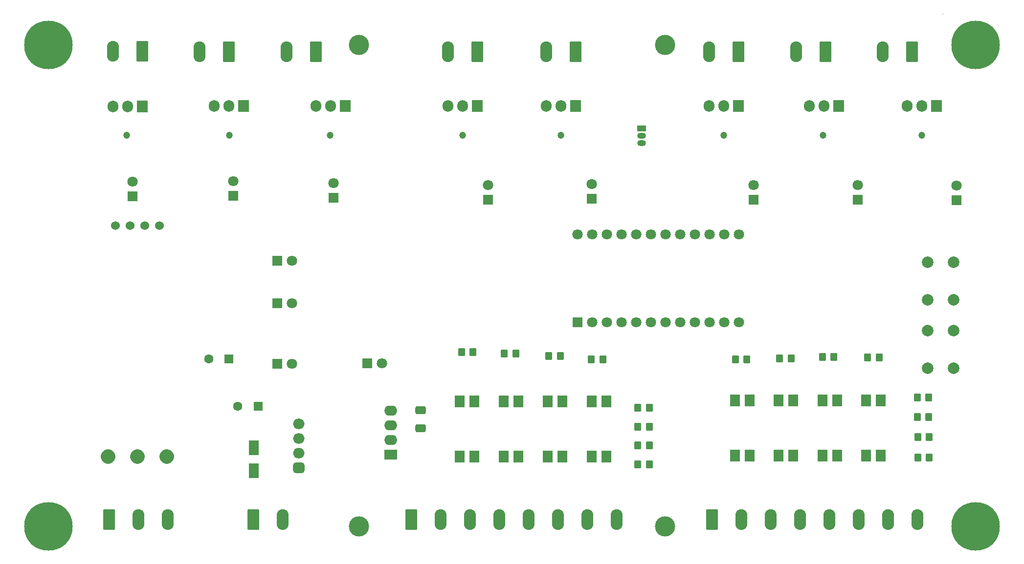
<source format=gbr>
%TF.GenerationSoftware,KiCad,Pcbnew,(6.0.1)*%
%TF.CreationDate,2022-08-22T12:09:38+03:00*%
%TF.ProjectId,lh-dimmer,6c682d64-696d-46d6-9572-2e6b69636164,rev?*%
%TF.SameCoordinates,Original*%
%TF.FileFunction,Soldermask,Top*%
%TF.FilePolarity,Negative*%
%FSLAX46Y46*%
G04 Gerber Fmt 4.6, Leading zero omitted, Abs format (unit mm)*
G04 Created by KiCad (PCBNEW (6.0.1)) date 2022-08-22 12:09:38*
%MOMM*%
%LPD*%
G01*
G04 APERTURE LIST*
G04 Aperture macros list*
%AMRoundRect*
0 Rectangle with rounded corners*
0 $1 Rounding radius*
0 $2 $3 $4 $5 $6 $7 $8 $9 X,Y pos of 4 corners*
0 Add a 4 corners polygon primitive as box body*
4,1,4,$2,$3,$4,$5,$6,$7,$8,$9,$2,$3,0*
0 Add four circle primitives for the rounded corners*
1,1,$1+$1,$2,$3*
1,1,$1+$1,$4,$5*
1,1,$1+$1,$6,$7*
1,1,$1+$1,$8,$9*
0 Add four rect primitives between the rounded corners*
20,1,$1+$1,$2,$3,$4,$5,0*
20,1,$1+$1,$4,$5,$6,$7,0*
20,1,$1+$1,$6,$7,$8,$9,0*
20,1,$1+$1,$8,$9,$2,$3,0*%
%AMFreePoly0*
4,1,37,0.217060,1.231010,0.427525,1.174616,0.625000,1.082532,0.803485,0.957556,0.957556,0.803485,1.082532,0.625000,1.174616,0.427525,1.231010,0.217060,1.250000,0.000000,1.231010,-0.217060,1.174616,-0.427525,1.082532,-0.625000,0.957556,-0.803485,0.803485,-0.957556,0.625000,-1.082532,0.427525,-1.174616,0.217060,-1.231010,0.000000,-1.250000,-0.217060,-1.231010,-0.427525,-1.174616,
-0.625000,-1.082532,-0.803485,-0.957556,-0.957556,-0.803485,-1.082532,-0.625000,-1.174616,-0.427525,-1.231010,-0.217060,-1.250000,0.000000,-1.231010,0.217060,-1.174616,0.427525,-1.082532,0.625000,-0.957556,0.803485,-0.803485,0.957556,-0.625000,1.082532,-0.427525,1.174616,-0.217060,1.231010,0.000000,1.250000,0.217060,1.231010,0.217060,1.231010,$1*%
G04 Aperture macros list end*
%ADD10C,0.150000*%
%ADD11R,1.800000X1.800000*%
%ADD12C,1.800000*%
%ADD13RoundRect,0.250000X-0.650000X0.412500X-0.650000X-0.412500X0.650000X-0.412500X0.650000X0.412500X0*%
%ADD14R,1.600000X1.600000*%
%ADD15C,1.600000*%
%ADD16C,8.400000*%
%ADD17RoundRect,0.249999X0.790001X1.550001X-0.790001X1.550001X-0.790001X-1.550001X0.790001X-1.550001X0*%
%ADD18O,2.080000X3.600000*%
%ADD19RoundRect,0.250000X0.350000X0.450000X-0.350000X0.450000X-0.350000X-0.450000X0.350000X-0.450000X0*%
%ADD20RoundRect,0.249999X-0.790001X-1.550001X0.790001X-1.550001X0.790001X1.550001X-0.790001X1.550001X0*%
%ADD21R,1.780000X2.000000*%
%ADD22C,3.500000*%
%ADD23C,1.200000*%
%ADD24R,1.905000X2.000000*%
%ADD25O,1.905000X2.000000*%
%ADD26R,2.250000X1.750000*%
%ADD27O,2.250000X1.750000*%
%ADD28R,1.800000X2.500000*%
%ADD29R,1.500000X1.050000*%
%ADD30O,1.500000X1.050000*%
%ADD31C,2.000000*%
%ADD32RoundRect,0.450000X0.550000X-0.450000X0.550000X0.450000X-0.550000X0.450000X-0.550000X-0.450000X0*%
%ADD33O,2.000000X1.800000*%
%ADD34C,1.524000*%
%ADD35FreePoly0,90.000000*%
G04 APERTURE END LIST*
D10*
X211550000Y-36675000D02*
X211550000Y-36675000D01*
X211550000Y-36675000D02*
X211550000Y-36675000D01*
X211550000Y-36675000D02*
X211550000Y-36675000D01*
X211550000Y-36675000D02*
X211550000Y-36675000D01*
D11*
%TO.C,D5*%
X96300000Y-97400000D03*
D12*
X98840000Y-97400000D03*
%TD*%
D13*
%TO.C,C3*%
X121125000Y-105400000D03*
X121125000Y-108525000D03*
%TD*%
D14*
%TO.C,C2*%
X87977651Y-96525000D03*
D15*
X84477651Y-96525000D03*
%TD*%
D16*
%TO.C,*%
X56750000Y-125550000D03*
%TD*%
D17*
%TO.C,J9*%
X191225000Y-43275000D03*
D18*
X186145000Y-43275000D03*
%TD*%
D17*
%TO.C,J6*%
X131000000Y-43300000D03*
D18*
X125920000Y-43300000D03*
%TD*%
D19*
%TO.C,R41*%
X130225000Y-95375000D03*
X128225000Y-95375000D03*
%TD*%
D20*
%TO.C,J2*%
X67200000Y-124390000D03*
D18*
X72280000Y-124390000D03*
X77360000Y-124390000D03*
%TD*%
D21*
%TO.C,U12*%
X198253493Y-113273969D03*
X200793493Y-113273969D03*
X200793493Y-103743969D03*
X198253493Y-103743969D03*
%TD*%
D22*
%TO.C,*%
X163500000Y-125550000D03*
%TD*%
D19*
%TO.C,R42*%
X160725000Y-104975000D03*
X158725000Y-104975000D03*
%TD*%
D23*
%TO.C,HS5*%
X145415000Y-57717500D03*
%TD*%
D11*
%TO.C,D27*%
X213950000Y-68990000D03*
D12*
X213950000Y-66450000D03*
%TD*%
D19*
%TO.C,R45*%
X145325000Y-95975000D03*
X143325000Y-95975000D03*
%TD*%
%TO.C,R44*%
X160725000Y-108275000D03*
X158725000Y-108275000D03*
%TD*%
%TO.C,R52*%
X209125000Y-106575000D03*
X207125000Y-106575000D03*
%TD*%
D21*
%TO.C,U11*%
X190696825Y-113273969D03*
X193236825Y-113273969D03*
X193236825Y-103743969D03*
X190696825Y-103743969D03*
%TD*%
D22*
%TO.C,*%
X163500000Y-42100000D03*
%TD*%
D24*
%TO.C,Q1*%
X72925000Y-52775000D03*
D25*
X70385000Y-52775000D03*
X67845000Y-52775000D03*
%TD*%
D14*
%TO.C,C1*%
X93000000Y-104690000D03*
D15*
X89500000Y-104690000D03*
%TD*%
D20*
%TO.C,J1*%
X92200000Y-124390000D03*
D18*
X97280000Y-124390000D03*
%TD*%
D11*
%TO.C,D20*%
X71250000Y-68290000D03*
D12*
X71250000Y-65750000D03*
%TD*%
D19*
%TO.C,R47*%
X152725000Y-96575000D03*
X150725000Y-96575000D03*
%TD*%
D11*
%TO.C,D4*%
X96325000Y-79490000D03*
D12*
X98865000Y-79490000D03*
%TD*%
D21*
%TO.C,U5*%
X127955000Y-113440000D03*
X130495000Y-113440000D03*
X130495000Y-103910000D03*
X127955000Y-103910000D03*
%TD*%
D11*
%TO.C,D3*%
X96300000Y-86890000D03*
D12*
X98840000Y-86890000D03*
%TD*%
D26*
%TO.C,PS1*%
X116000000Y-113090000D03*
D27*
X116000000Y-110550000D03*
X116000000Y-108010000D03*
X116000000Y-105470000D03*
%TD*%
D17*
%TO.C,J3*%
X72925000Y-43175000D03*
D18*
X67845000Y-43175000D03*
%TD*%
D22*
%TO.C,*%
X110500000Y-42100000D03*
%TD*%
D21*
%TO.C,U6*%
X135555000Y-113440000D03*
X138095000Y-113440000D03*
X138095000Y-103910000D03*
X135555000Y-103910000D03*
%TD*%
D23*
%TO.C,HS3*%
X105450000Y-57717500D03*
%TD*%
%TO.C,HS8*%
X207915000Y-57717500D03*
%TD*%
D21*
%TO.C,U8*%
X150755000Y-113440000D03*
X153295000Y-113440000D03*
X153295000Y-103910000D03*
X150755000Y-103910000D03*
%TD*%
D24*
%TO.C,Q5*%
X148000000Y-52690000D03*
D25*
X145460000Y-52690000D03*
X142920000Y-52690000D03*
%TD*%
D11*
%TO.C,D21*%
X88675000Y-68225000D03*
D12*
X88675000Y-65685000D03*
%TD*%
D16*
%TO.C,REF\u002A\u002A*%
X56750000Y-42100000D03*
%TD*%
D21*
%TO.C,U7*%
X143155000Y-113440000D03*
X145695000Y-113440000D03*
X145695000Y-103910000D03*
X143155000Y-103910000D03*
%TD*%
D28*
%TO.C,D1*%
X92300000Y-111900000D03*
X92300000Y-115900000D03*
%TD*%
D24*
%TO.C,Q3*%
X108125000Y-52675000D03*
D25*
X105585000Y-52675000D03*
X103045000Y-52675000D03*
%TD*%
D11*
%TO.C,D24*%
X150775000Y-68775000D03*
D12*
X150775000Y-66235000D03*
%TD*%
D19*
%TO.C,R56*%
X209225000Y-113590000D03*
X207225000Y-113590000D03*
%TD*%
%TO.C,R48*%
X160725000Y-114775000D03*
X158725000Y-114775000D03*
%TD*%
D22*
%TO.C,*%
X110500000Y-125550000D03*
%TD*%
D17*
%TO.C,J4*%
X87925000Y-43275000D03*
D18*
X82845000Y-43275000D03*
%TD*%
D17*
%TO.C,J5*%
X103000000Y-43290000D03*
D18*
X97920000Y-43290000D03*
%TD*%
D24*
%TO.C,Q4*%
X131000000Y-52690000D03*
D25*
X128460000Y-52690000D03*
X125920000Y-52690000D03*
%TD*%
D24*
%TO.C,Q7*%
X193500000Y-52690000D03*
D25*
X190960000Y-52690000D03*
X188420000Y-52690000D03*
%TD*%
D11*
%TO.C,D23*%
X132800000Y-68925000D03*
D12*
X132800000Y-66385000D03*
%TD*%
D24*
%TO.C,Q2*%
X90525000Y-52675000D03*
D25*
X87985000Y-52675000D03*
X85445000Y-52675000D03*
%TD*%
D11*
%TO.C,D25*%
X178800000Y-68950000D03*
D12*
X178800000Y-66410000D03*
%TD*%
D11*
%TO.C,D26*%
X196825000Y-68925000D03*
D12*
X196825000Y-66385000D03*
%TD*%
D24*
%TO.C,Q8*%
X210500000Y-52690000D03*
D25*
X207960000Y-52690000D03*
X205420000Y-52690000D03*
%TD*%
D11*
%TO.C,D22*%
X106100000Y-68600000D03*
D12*
X106100000Y-66060000D03*
%TD*%
D11*
%TO.C,D2*%
X111925000Y-97290000D03*
D12*
X114465000Y-97290000D03*
%TD*%
D29*
%TO.C,U20*%
X159450000Y-56590000D03*
D30*
X159450000Y-57860000D03*
X159450000Y-59130000D03*
%TD*%
D23*
%TO.C,HS4*%
X128415000Y-57717500D03*
%TD*%
D17*
%TO.C,J7*%
X148000000Y-43267500D03*
D18*
X142920000Y-43267500D03*
%TD*%
D16*
%TO.C,REF\u002A\u002A*%
X217250000Y-42100000D03*
%TD*%
D31*
%TO.C,SW2*%
X208950000Y-91590000D03*
X208950000Y-98090000D03*
X213450000Y-98090000D03*
X213450000Y-91590000D03*
%TD*%
D17*
%TO.C,J10*%
X206225000Y-43275000D03*
D18*
X201145000Y-43275000D03*
%TD*%
D23*
%TO.C,HS7*%
X190815000Y-57717500D03*
%TD*%
D19*
%TO.C,R43*%
X137625000Y-95575000D03*
X135625000Y-95575000D03*
%TD*%
D20*
%TO.C,J11*%
X171600000Y-124390000D03*
D18*
X176680000Y-124390000D03*
X181760000Y-124390000D03*
X186840000Y-124390000D03*
X191920000Y-124390000D03*
X197000000Y-124390000D03*
X202080000Y-124390000D03*
X207160000Y-124390000D03*
%TD*%
D23*
%TO.C,HS2*%
X88050000Y-57717500D03*
%TD*%
D21*
%TO.C,U10*%
X183140159Y-113273969D03*
X185680159Y-113273969D03*
X185680159Y-103743969D03*
X183140159Y-103743969D03*
%TD*%
D23*
%TO.C,HS6*%
X173615000Y-57717500D03*
%TD*%
D24*
%TO.C,Q6*%
X176200000Y-52690000D03*
D25*
X173660000Y-52690000D03*
X171120000Y-52690000D03*
%TD*%
D19*
%TO.C,R50*%
X209125000Y-103190000D03*
X207125000Y-103190000D03*
%TD*%
D17*
%TO.C,J8*%
X176200000Y-43290000D03*
D18*
X171120000Y-43290000D03*
%TD*%
D19*
%TO.C,R55*%
X200525000Y-96275000D03*
X198525000Y-96275000D03*
%TD*%
%TO.C,R53*%
X192725000Y-96190000D03*
X190725000Y-96190000D03*
%TD*%
%TO.C,R54*%
X209225000Y-110075000D03*
X207225000Y-110075000D03*
%TD*%
%TO.C,R46*%
X160725000Y-111475000D03*
X158725000Y-111475000D03*
%TD*%
%TO.C,R49*%
X177625000Y-96575000D03*
X175625000Y-96575000D03*
%TD*%
D21*
%TO.C,U9*%
X175583493Y-113273969D03*
X178123493Y-113273969D03*
X178123493Y-103743969D03*
X175583493Y-103743969D03*
%TD*%
D16*
%TO.C,REF\u002A\u002A*%
X217250000Y-125550000D03*
%TD*%
D20*
%TO.C,J12*%
X119500000Y-124390000D03*
D18*
X124580000Y-124390000D03*
X129660000Y-124390000D03*
X134740000Y-124390000D03*
X139820000Y-124390000D03*
X144900000Y-124390000D03*
X149980000Y-124390000D03*
X155060000Y-124390000D03*
%TD*%
D31*
%TO.C,SW1*%
X208950000Y-79790000D03*
X208950000Y-86290000D03*
X213450000Y-79790000D03*
X213450000Y-86290000D03*
%TD*%
D32*
%TO.C,U3*%
X100100000Y-115400000D03*
D33*
X100100000Y-112860000D03*
X100100000Y-110320000D03*
X100100000Y-107780000D03*
%TD*%
D34*
%TO.C,U1*%
X75955000Y-73435000D03*
X73415000Y-73435000D03*
X70875000Y-73435000D03*
X68335000Y-73435000D03*
D35*
X77235000Y-113435000D03*
X72155000Y-113435000D03*
X67075000Y-113435000D03*
%TD*%
D23*
%TO.C,HS1*%
X70250000Y-57762500D03*
%TD*%
D11*
%TO.C,U2*%
X148330000Y-90210000D03*
D12*
X150870000Y-90210000D03*
X153410000Y-90210000D03*
X155950000Y-90210000D03*
X158490000Y-90210000D03*
X161030000Y-90210000D03*
X163570000Y-90210000D03*
X166110000Y-90210000D03*
X168650000Y-90210000D03*
X171190000Y-90210000D03*
X173730000Y-90210000D03*
X176270000Y-90210000D03*
X176270000Y-74970000D03*
X173730000Y-74970000D03*
X171190000Y-74970000D03*
X168650000Y-74970000D03*
X166110000Y-74970000D03*
X163570000Y-74970000D03*
X161030000Y-74970000D03*
X158490000Y-74970000D03*
X155950000Y-74970000D03*
X153410000Y-74970000D03*
X150870000Y-74970000D03*
X148330000Y-74970000D03*
%TD*%
D19*
%TO.C,R51*%
X185325000Y-96475000D03*
X183325000Y-96475000D03*
%TD*%
M02*

</source>
